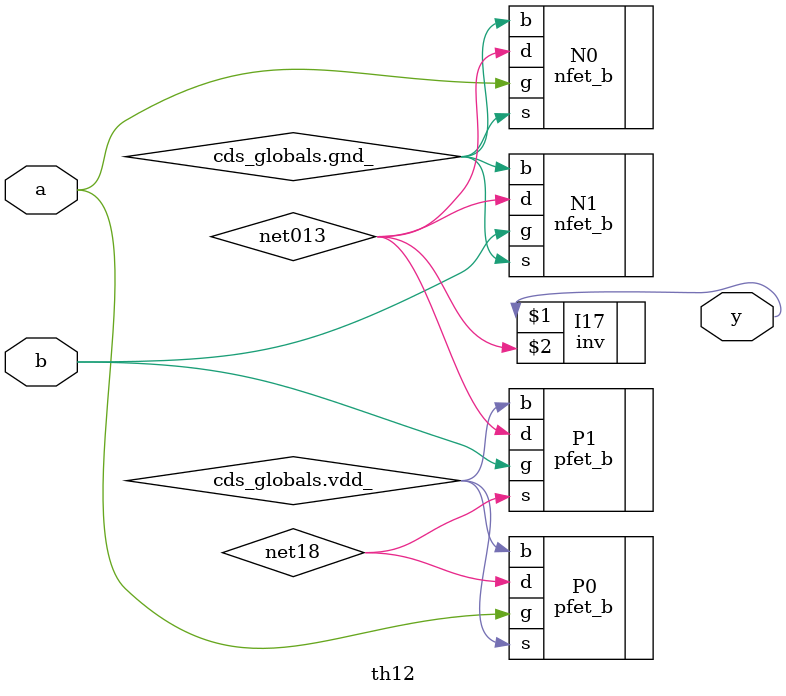
<source format=v>
`timescale 1ns / 1ns 

module th12 ( y, a, b );

output  y;

input  a, b;


specify 
    specparam CDS_LIBNAME  = "static";
    specparam CDS_CELLNAME = "th12";
    specparam CDS_VIEWNAME = "schematic";
endspecify

nfet_b  N1 ( .d(net013), .g(b), .s(cds_globals.gnd_),
     .b(cds_globals.gnd_));
nfet_b  N0 ( .d(net013), .g(a), .s(cds_globals.gnd_),
     .b(cds_globals.gnd_));
pfet_b  P1 ( .b(cds_globals.vdd_), .g(b), .s(net18), .d(net013));
pfet_b  P0 ( .b(cds_globals.vdd_), .g(a), .s(cds_globals.vdd_),
     .d(net18));
inv I17 ( y, net013);

endmodule

</source>
